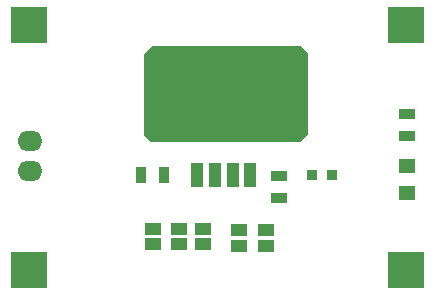
<source format=gts>
G04*
G04 #@! TF.GenerationSoftware,Altium Limited,Altium Designer,22.3.1 (43)*
G04*
G04 Layer_Color=8388736*
%FSLAX25Y25*%
%MOIN*%
G70*
G04*
G04 #@! TF.SameCoordinates,5170A01E-4387-43F3-8572-BE7CC5784F07*
G04*
G04*
G04 #@! TF.FilePolarity,Negative*
G04*
G01*
G75*
%ADD14R,0.12992X0.07874*%
%ADD21R,0.03898X0.07874*%
%ADD22R,0.05512X0.03543*%
%ADD23R,0.05709X0.04921*%
%ADD24R,0.03740X0.03740*%
%ADD25R,0.05512X0.03937*%
%ADD26R,0.03543X0.05512*%
%ADD27O,0.08268X0.06693*%
%ADD28R,0.12205X0.12205*%
%ADD29C,0.03150*%
G36*
X41142Y74607D02*
X90354Y74607D01*
X90354Y74607D01*
X90374Y74605D01*
X90393Y74603D01*
X90421Y74595D01*
X90430Y74592D01*
X90464Y74574D01*
X90494Y74549D01*
X92856Y72187D01*
X92856Y72187D01*
X92867Y72174D01*
X92881Y72157D01*
X92899Y72123D01*
X92910Y72086D01*
X92914Y72047D01*
X92914Y72047D01*
Y45276D01*
X92914Y45276D01*
X92912Y45256D01*
X92910Y45237D01*
X92902Y45208D01*
X92899Y45200D01*
X92881Y45166D01*
X92856Y45136D01*
X90494Y42774D01*
X90494Y42774D01*
X90481Y42762D01*
X90464Y42749D01*
X90430Y42731D01*
X90393Y42719D01*
X90389Y42719D01*
X90354Y42716D01*
X90354Y42716D01*
X40354D01*
X40354Y42716D01*
X40335Y42717D01*
X40316Y42719D01*
X40287Y42728D01*
X40279Y42731D01*
X40244Y42749D01*
X40214Y42774D01*
X38246Y44742D01*
X38246Y44742D01*
X38221Y44772D01*
X38203Y44806D01*
X38201Y44815D01*
X38192Y44843D01*
X38188Y44882D01*
Y71653D01*
X38188Y71653D01*
X38190Y71673D01*
X38192Y71692D01*
X38201Y71721D01*
X38203Y71729D01*
X38221Y71763D01*
X38246Y71793D01*
X41002Y74549D01*
X41002Y74549D01*
X41017Y74562D01*
X41032Y74574D01*
X41066Y74592D01*
X41075Y74595D01*
X41103Y74603D01*
X41122Y74605D01*
X41142Y74607D01*
X41142Y74607D01*
D02*
G37*
D14*
X64878Y55587D02*
D03*
D21*
X73736Y31571D02*
D03*
X67831D02*
D03*
X61925D02*
D03*
X56020D02*
D03*
D22*
X125886Y44390D02*
D03*
Y51870D02*
D03*
X83268Y31299D02*
D03*
Y23819D02*
D03*
D23*
X125886Y25394D02*
D03*
Y34449D02*
D03*
D24*
X100951Y31590D02*
D03*
X94258D02*
D03*
D25*
X57827Y8472D02*
D03*
Y13590D02*
D03*
X69980Y7972D02*
D03*
Y13091D02*
D03*
X78980Y13091D02*
D03*
Y7972D02*
D03*
X41327Y13591D02*
D03*
Y8472D02*
D03*
X49827Y13591D02*
D03*
Y8472D02*
D03*
D26*
X44783Y31693D02*
D03*
X37303D02*
D03*
D27*
X197Y32913D02*
D03*
Y42913D02*
D03*
D28*
X-197Y81496D02*
D03*
X0Y0D02*
D03*
X125689D02*
D03*
Y81496D02*
D03*
D29*
X88779Y46850D02*
D03*
Y54724D02*
D03*
Y62598D02*
D03*
Y70472D02*
D03*
X80905Y62598D02*
D03*
Y54724D02*
D03*
Y46850D02*
D03*
X73032D02*
D03*
Y54724D02*
D03*
Y62598D02*
D03*
X65158D02*
D03*
Y54724D02*
D03*
Y46850D02*
D03*
X57284D02*
D03*
Y54724D02*
D03*
Y62598D02*
D03*
X49409Y46850D02*
D03*
Y54724D02*
D03*
Y62598D02*
D03*
X41535Y46850D02*
D03*
Y54724D02*
D03*
Y62598D02*
D03*
X80905Y70472D02*
D03*
X73032D02*
D03*
X65158D02*
D03*
X57284D02*
D03*
X49409D02*
D03*
X41535D02*
D03*
M02*

</source>
